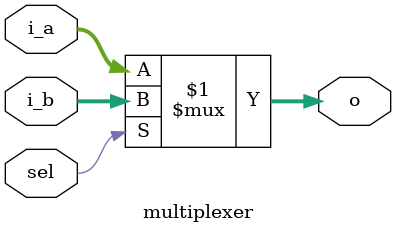
<source format=v>
module multiplexer (i_a, i_b, sel, o);             
 
// parameters
parameter WIDTH = 32;

// input ports
input signed [WIDTH-1:0] i_a;
input signed [WIDTH-1:0] i_b;

// control ports
input sel;

// output ports
output signed [WIDTH-1:0] o;

assign o = sel ? i_b : i_a;
 
endmodule
 
</source>
